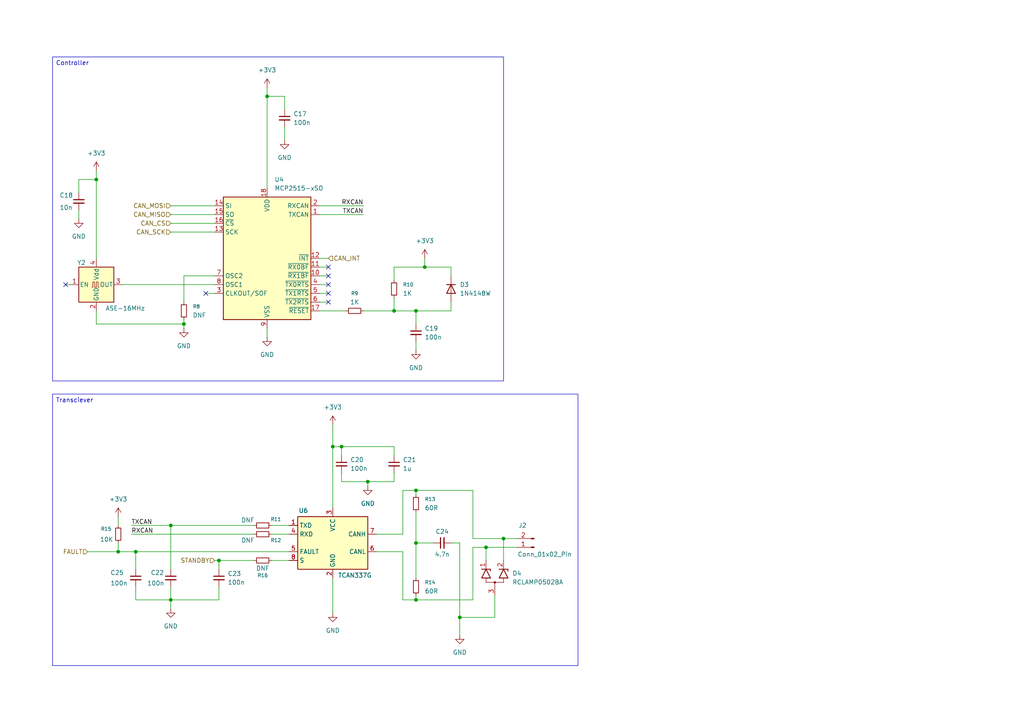
<source format=kicad_sch>
(kicad_sch (version 20250114) (generator "eeschema") (generator_version "9.0")
  (paper "A4")
  (lib_symbols
    (symbol "Connector:Conn_01x02_Pin" (pin_names (offset 1.016) (hide yes))
      (property "Reference" "J" (at 0 2.54 0))
      (property "Value" "Conn_01x02_Pin" (at 0 -5.08 0))
      (symbol "Conn_01x02_Pin_1_1"
        (rectangle (start 0.8636 0.127) (end 0 -0.127) (stroke (width 0.1524)) (fill (type outline)))
        (rectangle (start 0.8636 -2.413) (end 0 -2.667) (stroke (width 0.1524)) (fill (type outline)))
        (polyline (pts (xy 1.27 0) (xy 0.8636 0)) (stroke (width 0.1524)))
        (polyline (pts (xy 1.27 -2.54) (xy 0.8636 -2.54)) (stroke (width 0.1524)))
        (pin passive line (at 5.08 0 180) (length 3.81) (name "Pin_1") (number "1"))
        (pin passive line (at 5.08 -2.54 180) (length 3.81) (name "Pin_2") (number "2"))
      )
    )
    (symbol "Device:C_Small" (pin_numbers (hide yes)) (pin_names (offset 0.254) (hide yes))
      (property "Reference" "C" (at 0.254 1.778 0))
      (property "Value" "C_Small" (at 0.254 -2.032 0))
      (symbol "C_Small_0_1"
        (polyline (pts (xy -1.524 0.508) (xy 1.524 0.508)) (stroke (width 0.3048)))
        (polyline (pts (xy -1.524 -0.508) (xy 1.524 -0.508)) (stroke (width 0.3302)))
      )
      (symbol "C_Small_1_1"
        (pin passive line (at 0 2.54 270) (length 2.032) (name "~") (number "1"))
        (pin passive line (at 0 -2.54 90) (length 2.032) (name "~") (number "2"))
      )
    )
    (symbol "Device:R_Small" (pin_numbers (hide yes)) (pin_names (offset 0.254) (hide yes))
      (property "Reference" "R" (at 0 0 90))
      (property "Value" "R_Small" (at 1.778 0 90))
      (symbol "R_Small_0_1"
        (rectangle (start -0.762 1.778) (end 0.762 -1.778) (stroke (width 0.2032)))
      )
      (symbol "R_Small_1_1"
        (pin passive line (at 0 2.54 270) (length 0.762) (name "~") (number "1"))
        (pin passive line (at 0 -2.54 90) (length 0.762) (name "~") (number "2"))
      )
    )
    (symbol "Diode:1N4148W" (pin_numbers (hide yes)) (pin_names (hide yes))
      (property "Reference" "D" (at 0 2.54 0))
      (property "Value" "1N4148W" (at 0 -2.54 0))
      (symbol "1N4148W_0_1"
        (polyline (pts (xy -1.27 1.27) (xy -1.27 -1.27)) (stroke (width 0.254)))
        (polyline (pts (xy 1.27 1.27) (xy 1.27 -1.27) (xy -1.27 0) (xy 1.27 1.27)) (stroke (width 0.254)))
        (polyline (pts (xy 1.27 0) (xy -1.27 0)))
      )
      (symbol "1N4148W_1_1"
        (pin passive line (at -3.81 0 0) (length 2.54) (name "K") (number "1"))
        (pin passive line (at 3.81 0 180) (length 2.54) (name "A") (number "2"))
      )
    )
    (symbol "Interface_CAN_LIN:MCP2515-xSO"
      (property "Reference" "U" (at -10.16 19.685 0))
      (property "Value" "MCP2515-xSO" (at 19.05 20.32 0))
      (symbol "MCP2515-xSO_0_1"
        (rectangle (start -12.7 17.78) (end 12.7 -17.78) (stroke (width 0.254)) (fill (type background)))
      )
      (symbol "MCP2515-xSO_1_1"
        (pin input line (at -15.24 15.24 0) (length 2.54) (name "SI") (number "14"))
        (pin output line (at -15.24 12.7 0) (length 2.54) (name "SO") (number "15"))
        (pin input line (at -15.24 10.16 0) (length 2.54) (name "~{CS}") (number "16"))
        (pin input line (at -15.24 7.62 0) (length 2.54) (name "SCK") (number "13"))
        (pin output line (at -15.24 -5.08 0) (length 2.54) (name "OSC2") (number "7"))
        (pin input line (at -15.24 -7.62 0) (length 2.54) (name "OSC1") (number "8"))
        (pin output line (at -15.24 -10.16 0) (length 2.54) (name "CLKOUT/SOF") (number "3"))
        (pin power_in line (at 0 20.32 270) (length 2.54) (name "VDD") (number "18"))
        (pin power_in line (at 0 -20.32 90) (length 2.54) (name "VSS") (number "9"))
        (pin input line (at 15.24 15.24 180) (length 2.54) (name "RXCAN") (number "2"))
        (pin output line (at 15.24 12.7 180) (length 2.54) (name "TXCAN") (number "1"))
        (pin output line (at 15.24 0 180) (length 2.54) (name "~{INT}") (number "12"))
        (pin output line (at 15.24 -2.54 180) (length 2.54) (name "~{RX0BF}") (number "11"))
        (pin output line (at 15.24 -5.08 180) (length 2.54) (name "~{RX1BF}") (number "10"))
        (pin input line (at 15.24 -7.62 180) (length 2.54) (name "~{TX0RTS}") (number "4"))
        (pin input line (at 15.24 -10.16 180) (length 2.54) (name "~{TX1RTS}") (number "5"))
        (pin input line (at 15.24 -12.7 180) (length 2.54) (name "~{TX2RTS}") (number "6"))
        (pin input line (at 15.24 -15.24 180) (length 2.54) (name "~{RESET}") (number "17"))
      )
    )
    (symbol "Interface_CAN_LIN:TCAN337G"
      (property "Reference" "U" (at -10.16 8.89 0))
      (property "Value" "TCAN337G" (at 2.54 8.89 0))
      (symbol "TCAN337G_0_1"
        (rectangle (start -10.16 7.62) (end 10.16 -7.62) (stroke (width 0.254)) (fill (type background)))
      )
      (symbol "TCAN337G_1_1"
        (pin input line (at -12.7 5.08 0) (length 2.54) (name "TXD") (number "1"))
        (pin tri_state line (at -12.7 2.54 0) (length 2.54) (name "RXD") (number "4"))
        (pin open_collector line (at -12.7 -2.54 0) (length 2.54) (name "FAULT") (number "5"))
        (pin input line (at -12.7 -5.08 0) (length 2.54) (name "S") (number "8"))
        (pin power_in line (at 0 10.16 270) (length 2.54) (name "VCC") (number "3"))
        (pin power_in line (at 0 -10.16 90) (length 2.54) (name "GND") (number "2"))
        (pin bidirectional line (at 12.7 2.54 180) (length 2.54) (name "CANH") (number "7"))
        (pin bidirectional line (at 12.7 -2.54 180) (length 2.54) (name "CANL") (number "6"))
      )
    )
    (symbol "Oscillator:ASE-xxxMHz" (pin_names (offset 0.254))
      (property "Reference" "Y" (at -5.08 6.35 0))
      (property "Value" "ASE-xxxMHz" (at 1.27 -6.35 0))
      (symbol "ASE-xxxMHz_0_1"
        (rectangle (start -5.08 5.08) (end 5.08 -5.08) (stroke (width 0.254)) (fill (type background)))
        (polyline (pts (xy -1.27 -0.762) (xy -1.016 -0.762) (xy -1.016 0.762) (xy -0.508 0.762) (xy -0.508 -0.762) (xy 0 -0.762) (xy 0 0.762) (xy 0.508 0.762) (xy 0.508 -0.762) (xy 0.762 -0.762)))
      )
      (symbol "ASE-xxxMHz_1_1"
        (pin input line (at -7.62 0 0) (length 2.54) (name "EN") (number "1"))
        (pin power_in line (at 0 7.62 270) (length 2.54) (name "Vdd") (number "4"))
        (pin power_in line (at 0 -7.62 90) (length 2.54) (name "GND") (number "2"))
        (pin output line (at 7.62 0 180) (length 2.54) (name "OUT") (number "3"))
      )
    )
    (symbol "Power_Protection:RCLAMP0502BA" (pin_names (hide yes))
      (property "Reference" "D" (at 0 5.08 0))
      (property "Value" "RCLAMP0502BA" (at 0 -5.08 0))
      (symbol "RCLAMP0502BA_0_1"
        (polyline (pts (xy -2.54 0) (xy -1.27 0)))
        (polyline (pts (xy -1.27 2.54) (xy -1.27 -2.54)))
        (polyline (pts (xy 0 2.54) (xy -1.27 2.54)) (stroke (width 0.1524)))
        (polyline (pts (xy 0 1.27) (xy 0 3.81) (xy 2.54 2.54) (xy 0 1.27)) (stroke (width 0.254)))
        (polyline (pts (xy 2.54 3.81) (xy 2.54 1.27) (xy 2.032 1.27)) (stroke (width 0.254)))
        (pin passive line (at -5.08 0 0) (length 2.54) (name "A") (number "3"))
      )
      (symbol "RCLAMP0502BA_1_1"
        (circle (center -1.27 0) (radius 0.254) (fill (type outline)))
        (polyline (pts (xy 0 -2.54) (xy -1.27 -2.54)) (stroke (width 0.1524)))
        (polyline (pts (xy 0 -3.81) (xy 0 -1.27) (xy 2.54 -2.54) (xy 0 -3.81)) (stroke (width 0.254)))
        (polyline (pts (xy 2.54 -1.27) (xy 2.54 -3.81) (xy 2.032 -3.81)) (stroke (width 0.254)))
        (pin passive line (at 5.08 2.54 180) (length 2.54) (name "K1") (number "1"))
        (pin passive line (at 5.08 -2.54 180) (length 2.54) (name "K2") (number "2"))
      )
    )
    (symbol "power:+3V3" (power) (pin_numbers (hide yes)) (pin_names (offset 0) (hide yes))
      (property "Value" "+3V3" (at 0 3.556 0))
      (symbol "+3V3_0_1"
        (polyline (pts (xy -0.762 1.27) (xy 0 2.54)))
        (polyline (pts (xy 0 2.54) (xy 0.762 1.27)))
        (polyline (pts (xy 0 0) (xy 0 2.54)))
      )
      (symbol "+3V3_1_1"
        (pin power_in line (at 0 0 90) (length 0) (name "~") (number "1"))
      )
    )
    (symbol "power:GND" (power) (pin_numbers (hide yes)) (pin_names (offset 0) (hide yes))
      (property "Value" "GND" (at 0 -3.81 0))
      (symbol "GND_0_1"
        (polyline (pts (xy 0 0) (xy 0 -1.27) (xy 1.27 -1.27) (xy 0 -2.54) (xy -1.27 -1.27) (xy 0 -1.27)))
      )
      (symbol "GND_1_1"
        (pin power_in line (at 0 0 270) (length 0) (name "~") (number "1"))
      )
    )
  )
  (text_box "Transciever" (at 15.24 114.3 0) (size 152.4 78.74) (margins 0.9525 0.9525 0.9525 0.9525) (effects (font (size 1.27 1.27)) (justify left top)))
  (text_box "Controller" (at 15.24 16.51 0) (size 130.81 93.98) (margins 0.9525 0.9525 0.9525 0.9525) (effects (font (size 1.27 1.27)) (justify left top)))
  (junction (at 34.29 160.02))
  (junction (at 120.65 157.48))
  (junction (at 146.05 156.21))
  (junction (at 53.34 93.98))
  (junction (at 77.47 27.94))
  (junction (at 27.94 52.07))
  (junction (at 39.37 160.02))
  (junction (at 123.19 77.47))
  (junction (at 96.52 129.54))
  (junction (at 106.68 139.7))
  (junction (at 120.65 142.24))
  (junction (at 120.65 90.17))
  (junction (at 49.53 152.4))
  (junction (at 99.06 129.54))
  (junction (at 114.3 90.17))
  (junction (at 133.35 179.07))
  (junction (at 120.65 173.99))
  (junction (at 140.97 158.75))
  (junction (at 63.5 162.56))
  (junction (at 49.53 173.99))
  (no_connect (at 19.05 82.55))
  (no_connect (at 95.25 87.63))
  (no_connect (at 59.69 85.09))
  (no_connect (at 95.25 85.09))
  (no_connect (at 95.25 77.47))
  (no_connect (at 95.25 80.01))
  (no_connect (at 95.25 82.55))
  (wire (pts (xy 49.53 173.99) (xy 63.5 173.99)))
  (wire (pts (xy 39.37 160.02) (xy 83.82 160.02)))
  (wire (pts (xy 49.53 59.69) (xy 62.23 59.69)))
  (wire (pts (xy 92.71 62.23) (xy 105.41 62.23)))
  (wire (pts (xy 123.19 77.47) (xy 123.19 74.93)))
  (wire (pts (xy 82.55 27.94) (xy 77.47 27.94)))
  (wire (pts (xy 27.94 52.07) (xy 27.94 74.93)))
  (wire (pts (xy 114.3 77.47) (xy 123.19 77.47)))
  (wire (pts (xy 137.16 158.75) (xy 140.97 158.75)))
  (wire (pts (xy 78.74 154.94) (xy 83.82 154.94)))
  (wire (pts (xy 77.47 95.25) (xy 77.47 97.79)))
  (wire (pts (xy 137.16 156.21) (xy 137.16 142.24)))
  (wire (pts (xy 95.25 74.93) (xy 92.71 74.93)))
  (wire (pts (xy 109.22 160.02) (xy 116.84 160.02)))
  (wire (pts (xy 62.23 162.56) (xy 63.5 162.56)))
  (wire (pts (xy 22.86 60.96) (xy 22.86 63.5)))
  (wire (pts (xy 120.65 148.59) (xy 120.65 157.48)))
  (wire (pts (xy 99.06 129.54) (xy 99.06 132.08)))
  (wire (pts (xy 106.68 139.7) (xy 106.68 140.97)))
  (wire (pts (xy 82.55 36.83) (xy 82.55 40.64)))
  (wire (pts (xy 99.06 129.54) (xy 96.52 129.54)))
  (wire (pts (xy 53.34 80.01) (xy 53.34 87.63)))
  (wire (pts (xy 116.84 173.99) (xy 120.65 173.99)))
  (wire (pts (xy 133.35 157.48) (xy 133.35 179.07)))
  (wire (pts (xy 82.55 31.75) (xy 82.55 27.94)))
  (wire (pts (xy 137.16 173.99) (xy 120.65 173.99)))
  (wire (pts (xy 120.65 90.17) (xy 114.3 90.17)))
  (wire (pts (xy 137.16 142.24) (xy 120.65 142.24)))
  (wire (pts (xy 114.3 137.16) (xy 114.3 139.7)))
  (wire (pts (xy 146.05 156.21) (xy 146.05 162.56)))
  (wire (pts (xy 27.94 49.53) (xy 27.94 52.07)))
  (wire (pts (xy 63.5 173.99) (xy 63.5 170.18)))
  (wire (pts (xy 105.41 90.17) (xy 114.3 90.17)))
  (wire (pts (xy 140.97 158.75) (xy 149.86 158.75)))
  (wire (pts (xy 123.19 77.47) (xy 130.81 77.47)))
  (wire (pts (xy 27.94 90.17) (xy 27.94 93.98)))
  (wire (pts (xy 39.37 160.02) (xy 39.37 165.1)))
  (wire (pts (xy 22.86 55.88) (xy 22.86 52.07)))
  (wire (pts (xy 120.65 142.24) (xy 120.65 143.51)))
  (wire (pts (xy 120.65 99.06) (xy 120.65 101.6)))
  (wire (pts (xy 49.53 62.23) (xy 62.23 62.23)))
  (wire (pts (xy 25.4 160.02) (xy 34.29 160.02)))
  (wire (pts (xy 143.51 172.72) (xy 143.51 179.07)))
  (wire (pts (xy 83.82 152.4) (xy 78.74 152.4)))
  (wire (pts (xy 49.53 67.31) (xy 62.23 67.31)))
  (wire (pts (xy 49.53 170.18) (xy 49.53 173.99)))
  (wire (pts (xy 22.86 52.07) (xy 27.94 52.07)))
  (wire (pts (xy 92.71 59.69) (xy 105.41 59.69)))
  (wire (pts (xy 77.47 25.4) (xy 77.47 27.94)))
  (wire (pts (xy 95.25 82.55) (xy 92.71 82.55)))
  (wire (pts (xy 49.53 173.99) (xy 49.53 176.53)))
  (wire (pts (xy 38.1 152.4) (xy 49.53 152.4)))
  (wire (pts (xy 95.25 77.47) (xy 92.71 77.47)))
  (wire (pts (xy 63.5 162.56) (xy 73.66 162.56)))
  (wire (pts (xy 96.52 167.64) (xy 96.52 177.8)))
  (wire (pts (xy 39.37 160.02) (xy 34.29 160.02)))
  (wire (pts (xy 120.65 157.48) (xy 125.73 157.48)))
  (wire (pts (xy 106.68 139.7) (xy 114.3 139.7)))
  (wire (pts (xy 133.35 179.07) (xy 143.51 179.07)))
  (wire (pts (xy 39.37 170.18) (xy 39.37 173.99)))
  (wire (pts (xy 114.3 90.17) (xy 114.3 86.36)))
  (wire (pts (xy 99.06 139.7) (xy 106.68 139.7)))
  (wire (pts (xy 133.35 179.07) (xy 133.35 184.15)))
  (wire (pts (xy 19.05 82.55) (xy 20.32 82.55)))
  (wire (pts (xy 95.25 85.09) (xy 92.71 85.09)))
  (wire (pts (xy 49.53 152.4) (xy 73.66 152.4)))
  (wire (pts (xy 95.25 80.01) (xy 92.71 80.01)))
  (wire (pts (xy 109.22 154.94) (xy 116.84 154.94)))
  (wire (pts (xy 39.37 173.99) (xy 49.53 173.99)))
  (wire (pts (xy 96.52 129.54) (xy 96.52 147.32)))
  (wire (pts (xy 120.65 173.99) (xy 120.65 172.72)))
  (wire (pts (xy 34.29 160.02) (xy 34.29 157.48)))
  (wire (pts (xy 77.47 27.94) (xy 77.47 54.61)))
  (wire (pts (xy 78.74 162.56) (xy 83.82 162.56)))
  (wire (pts (xy 27.94 93.98) (xy 53.34 93.98)))
  (wire (pts (xy 49.53 152.4) (xy 49.53 165.1)))
  (wire (pts (xy 96.52 123.19) (xy 96.52 129.54)))
  (wire (pts (xy 114.3 77.47) (xy 114.3 81.28)))
  (wire (pts (xy 99.06 139.7) (xy 99.06 137.16)))
  (wire (pts (xy 35.56 82.55) (xy 62.23 82.55)))
  (wire (pts (xy 116.84 154.94) (xy 116.84 142.24)))
  (wire (pts (xy 146.05 156.21) (xy 149.86 156.21)))
  (wire (pts (xy 63.5 162.56) (xy 63.5 165.1)))
  (wire (pts (xy 49.53 64.77) (xy 62.23 64.77)))
  (wire (pts (xy 53.34 92.71) (xy 53.34 93.98)))
  (wire (pts (xy 53.34 93.98) (xy 53.34 95.25)))
  (wire (pts (xy 62.23 80.01) (xy 53.34 80.01)))
  (wire (pts (xy 116.84 142.24) (xy 120.65 142.24)))
  (wire (pts (xy 92.71 90.17) (xy 100.33 90.17)))
  (wire (pts (xy 59.69 85.09) (xy 62.23 85.09)))
  (wire (pts (xy 140.97 158.75) (xy 140.97 162.56)))
  (wire (pts (xy 38.1 154.94) (xy 73.66 154.94)))
  (wire (pts (xy 34.29 149.86) (xy 34.29 152.4)))
  (wire (pts (xy 95.25 87.63) (xy 92.71 87.63)))
  (wire (pts (xy 116.84 160.02) (xy 116.84 173.99)))
  (wire (pts (xy 130.81 87.63) (xy 130.81 90.17)))
  (wire (pts (xy 130.81 90.17) (xy 120.65 90.17)))
  (wire (pts (xy 99.06 129.54) (xy 114.3 129.54)))
  (wire (pts (xy 137.16 158.75) (xy 137.16 173.99)))
  (wire (pts (xy 130.81 77.47) (xy 130.81 80.01)))
  (wire (pts (xy 137.16 156.21) (xy 146.05 156.21)))
  (wire (pts (xy 120.65 93.98) (xy 120.65 90.17)))
  (wire (pts (xy 114.3 132.08) (xy 114.3 129.54)))
  (wire (pts (xy 120.65 157.48) (xy 120.65 167.64)))
  (wire (pts (xy 130.81 157.48) (xy 133.35 157.48)))
  (label "RXCAN" (at 38.1 154.94 0))
  (label "TXCAN" (at 105.41 62.23 180))
  (label "TXCAN" (at 38.1 152.4 0))
  (label "RXCAN" (at 105.41 59.69 180))
  (hierarchical_label "CAN_SCK" (shape input) (at 49.53 67.31 180))
  (hierarchical_label "CAN_MISO" (shape input) (at 49.53 62.23 180))
  (hierarchical_label "CAN_MOSI" (shape input) (at 49.53 59.69 180))
  (hierarchical_label "STANDBY" (shape input) (at 62.23 162.56 180))
  (hierarchical_label "CAN_CS" (shape input) (at 49.53 64.77 180))
  (hierarchical_label "FAULT" (shape input) (at 25.4 160.02 180))
  (hierarchical_label "CAN_INT" (shape input) (at 95.25 74.93 0))
  (symbol (lib_id "Interface_CAN_LIN:MCP2515-xSO") (at 77.47 74.93 0) (unit 1)
    (property "Reference" "U4" (at 79.6133 52.07 0) (effects (justify left)))
    (property "Value" "MCP2515-xSO" (at 79.6133 54.61 0) (effects (justify left)))
    (property "Footprint" "Package_SO:SOIC-18W_7.5x11.6mm_P1.27mm" (effects (hide yes)))
    (property "Datasheet" "http://ww1.microchip.com/downloads/en/DeviceDoc/21801e.pdf" (effects (hide yes)))
    (property "Description" "Stand-Alone CAN Controller with SPI Interface, SOIC-18" (effects (hide yes)))
  )
  (symbol (lib_id "power:+3V3") (at 96.52 123.19 0) (unit 1)
    (property "Reference" "#PWR030" (effects (hide yes)))
    (property "Value" "+3V3" (at 96.52 118.11 0))
    (property "Description" "Power symbol creates a global label with name \"+3V3\"" (effects (hide yes)))
  )
  (symbol (lib_id "Connector:Conn_01x02_Pin") (at 154.94 158.75 180) (unit 1)
    (property "Reference" "J2" (at 150.368 152.4 0) (effects (justify right)))
    (property "Value" "Conn_01x02_Pin" (at 150.114 160.782 0) (effects (justify right)))
    (property "Footprint" "Connector_PinHeader_2.54mm:PinHeader_1x02_P2.54mm_Vertical" (effects (hide yes)))
    (property "Description" "Generic connector, single row, 01x02, script generated" (effects (hide yes)))
  )
  (symbol (lib_id "power:GND") (at 77.47 97.79 0) (unit 1)
    (property "Reference" "#PWR022" (effects (hide yes)))
    (property "Value" "GND" (at 77.47 102.87 0))
    (property "Description" "Power symbol creates a global label with name \"GND\" , ground" (effects (hide yes)))
  )
  (symbol (lib_id "Device:C_Small") (at 39.37 167.64 0) (unit 1)
    (property "Reference" "C25" (at 32.004 166.116 0) (effects (justify left)))
    (property "Value" "100n" (at 32.004 169.164 0) (effects (justify left)))
    (property "Footprint" "Capacitor_SMD:C_0603_1608Metric_Pad1.08x0.95mm_HandSolder" (effects (hide yes)))
    (property "Description" "Unpolarized capacitor, small symbol" (effects (hide yes)))
  )
  (symbol (lib_id "Device:C_Small") (at 82.55 34.29 0) (unit 1)
    (property "Reference" "C17" (at 85.09 33.0262 0) (effects (justify left)))
    (property "Value" "100n" (at 85.09 35.5662 0) (effects (justify left)))
    (property "Footprint" "Capacitor_SMD:C_0603_1608Metric_Pad1.08x0.95mm_HandSolder" (effects (hide yes)))
    (property "Description" "Unpolarized capacitor, small symbol" (effects (hide yes)))
  )
  (symbol (lib_id "Device:R_Small") (at 76.2 152.4 90) (unit 1)
    (property "Reference" "R11" (at 80.01 150.622 90) (effects (font (size 1.016 1.016))))
    (property "Value" "DNF" (at 71.882 150.876 90))
    (property "Footprint" "Resistor_SMD:R_0603_1608Metric_Pad0.98x0.95mm_HandSolder" (effects (hide yes)))
    (property "Description" "Resistor, small symbol" (effects (hide yes)))
  )
  (symbol (lib_id "power:GND") (at 120.65 101.6 0) (unit 1)
    (property "Reference" "#PWR029" (effects (hide yes)))
    (property "Value" "GND" (at 120.65 106.68 0))
    (property "Description" "Power symbol creates a global label with name \"GND\" , ground" (effects (hide yes)))
  )
  (symbol (lib_id "power:+3V3") (at 77.47 25.4 0) (unit 1)
    (property "Reference" "#PWR023" (effects (hide yes)))
    (property "Value" "+3V3" (at 77.47 20.32 0))
    (property "Description" "Power symbol creates a global label with name \"+3V3\"" (effects (hide yes)))
  )
  (symbol (lib_id "Device:C_Small") (at 114.3 134.62 0) (unit 1)
    (property "Reference" "C21" (at 116.84 133.3562 0) (effects (justify left)))
    (property "Value" "1u" (at 116.84 135.8962 0) (effects (justify left)))
    (property "Footprint" "Capacitor_SMD:C_0603_1608Metric_Pad1.08x0.95mm_HandSolder" (effects (hide yes)))
    (property "Description" "Unpolarized capacitor, small symbol" (effects (hide yes)))
  )
  (symbol (lib_id "power:+3V3") (at 123.19 74.93 0) (unit 1)
    (property "Reference" "#PWR028" (effects (hide yes)))
    (property "Value" "+3V3" (at 123.19 69.85 0))
    (property "Description" "Power symbol creates a global label with name \"+3V3\"" (effects (hide yes)))
  )
  (symbol (lib_id "power:GND") (at 22.86 63.5 0) (unit 1)
    (property "Reference" "#PWR027" (effects (hide yes)))
    (property "Value" "GND" (at 22.86 68.58 0))
    (property "Description" "Power symbol creates a global label with name \"GND\" , ground" (effects (hide yes)))
  )
  (symbol (lib_id "power:+3V3") (at 27.94 49.53 0) (unit 1)
    (property "Reference" "#PWR026" (effects (hide yes)))
    (property "Value" "+3V3" (at 27.94 44.45 0))
    (property "Description" "Power symbol creates a global label with name \"+3V3\"" (effects (hide yes)))
  )
  (symbol (lib_id "Device:C_Small") (at 49.53 167.64 0) (unit 1)
    (property "Reference" "C22" (at 43.688 166.116 0) (effects (justify left)))
    (property "Value" "100n" (at 42.672 169.164 0) (effects (justify left)))
    (property "Footprint" "Capacitor_SMD:C_0603_1608Metric_Pad1.08x0.95mm_HandSolder" (effects (hide yes)))
    (property "Description" "Unpolarized capacitor, small symbol" (effects (hide yes)))
  )
  (symbol (lib_id "Device:R_Small") (at 76.2 162.56 90) (unit 1)
    (property "Reference" "R16" (at 76.2 166.878 90) (effects (font (size 1.016 1.016))))
    (property "Value" "DNF" (at 76.2 164.846 90))
    (property "Footprint" "Resistor_SMD:R_0603_1608Metric_Pad0.98x0.95mm_HandSolder" (effects (hide yes)))
    (property "Description" "Resistor, small symbol" (effects (hide yes)))
  )
  (symbol (lib_id "Device:R_Small") (at 34.29 154.94 0) (unit 1)
    (property "Reference" "R15" (at 29.21 153.416 0) (effects (font (size 1.016 1.016)) (justify left)))
    (property "Value" "10K" (at 28.956 156.464 0) (effects (justify left)))
    (property "Footprint" "Resistor_SMD:R_0603_1608Metric_Pad0.98x0.95mm_HandSolder" (effects (hide yes)))
    (property "Description" "Resistor, small symbol" (effects (hide yes)))
  )
  (symbol (lib_id "Device:C_Small") (at 128.27 157.48 90) (unit 1)
    (property "Reference" "C24" (at 128.27 154.178 90))
    (property "Value" "4.7n" (at 128.27 160.782 90))
    (property "Footprint" "Capacitor_SMD:C_0603_1608Metric_Pad1.08x0.95mm_HandSolder" (effects (hide yes)))
    (property "Description" "Unpolarized capacitor, small symbol" (effects (hide yes)))
  )
  (symbol (lib_id "Diode:1N4148W") (at 130.81 83.82 270) (unit 1)
    (property "Reference" "D3" (at 133.35 82.5499 90) (effects (justify left)))
    (property "Value" "1N4148W" (at 133.35 85.0899 90) (effects (justify left)))
    (property "Footprint" "Diode_SMD:D_SOD-123" (effects (hide yes)))
    (property "Datasheet" "https://www.vishay.com/docs/85748/1n4148w.pdf" (effects (hide yes)))
    (property "Description" "75V 0.15A Fast Switching Diode, SOD-123" (effects (hide yes)))
    (property "Sim.Device" "D" (effects (hide yes)))
    (property "Sim.Pins" "1=K 2=A" (effects (hide yes)))
  )
  (symbol (lib_id "power:GND") (at 106.68 140.97 0) (unit 1)
    (property "Reference" "#PWR031" (effects (hide yes)))
    (property "Value" "GND" (at 106.68 146.05 0))
    (property "Description" "Power symbol creates a global label with name \"GND\" , ground" (effects (hide yes)))
  )
  (symbol (lib_id "Power_Protection:RCLAMP0502BA") (at 143.51 167.64 90) (unit 1)
    (property "Reference" "D4" (at 148.59 166.3064 90) (effects (justify right)))
    (property "Value" "RCLAMP0502BA" (at 148.59 168.8464 90) (effects (justify right)))
    (property "Footprint" "Package_TO_SOT_SMD:SOT-416" (effects (hide yes)))
    (property "Datasheet" "https://www.semtech.com/products/circuit-protection/low-capacitance/rclamp0502ba" (effects (hide yes)))
    (property "Description" "Low capacitance unidirectional dual ESD protection diode, SC-75" (effects (hide yes)))
  )
  (symbol (lib_id "power:GND") (at 96.52 177.8 0) (unit 1)
    (property "Reference" "#PWR032" (effects (hide yes)))
    (property "Value" "GND" (at 96.52 182.88 0))
    (property "Description" "Power symbol creates a global label with name \"GND\" , ground" (effects (hide yes)))
  )
  (symbol (lib_id "Device:C_Small") (at 120.65 96.52 0) (unit 1)
    (property "Reference" "C19" (at 123.19 95.2562 0) (effects (justify left)))
    (property "Value" "100n" (at 123.19 97.7962 0) (effects (justify left)))
    (property "Footprint" "Capacitor_SMD:C_0603_1608Metric_Pad1.08x0.95mm_HandSolder" (effects (hide yes)))
    (property "Description" "Unpolarized capacitor, small symbol" (effects (hide yes)))
  )
  (symbol (lib_id "power:GND") (at 82.55 40.64 0) (unit 1)
    (property "Reference" "#PWR024" (effects (hide yes)))
    (property "Value" "GND" (at 82.55 45.72 0))
    (property "Description" "Power symbol creates a global label with name \"GND\" , ground" (effects (hide yes)))
  )
  (symbol (lib_id "Device:R_Small") (at 76.2 154.94 90) (unit 1)
    (property "Reference" "R12" (at 80.01 156.718 90) (effects (font (size 1.016 1.016))))
    (property "Value" "DNF" (at 71.882 156.718 90))
    (property "Footprint" "Resistor_SMD:R_0603_1608Metric_Pad0.98x0.95mm_HandSolder" (effects (hide yes)))
    (property "Description" "Resistor, small symbol" (effects (hide yes)))
  )
  (symbol (lib_id "Device:C_Small") (at 99.06 134.62 0) (unit 1)
    (property "Reference" "C20" (at 101.6 133.3562 0) (effects (justify left)))
    (property "Value" "100n" (at 101.6 135.8962 0) (effects (justify left)))
    (property "Footprint" "Capacitor_SMD:C_0603_1608Metric_Pad1.08x0.95mm_HandSolder" (effects (hide yes)))
    (property "Description" "Unpolarized capacitor, small symbol" (effects (hide yes)))
  )
  (symbol (lib_id "Device:R_Small") (at 102.87 90.17 90) (unit 1)
    (property "Reference" "R9" (at 102.87 85.09 90) (effects (font (size 1.016 1.016))))
    (property "Value" "1K" (at 102.87 87.63 90))
    (property "Footprint" "Resistor_SMD:R_0603_1608Metric_Pad0.98x0.95mm_HandSolder" (effects (hide yes)))
    (property "Description" "Resistor, small symbol" (effects (hide yes)))
  )
  (symbol (lib_id "power:GND") (at 133.35 184.15 0) (unit 1)
    (property "Reference" "#PWR034" (effects (hide yes)))
    (property "Value" "GND" (at 133.35 189.23 0))
    (property "Description" "Power symbol creates a global label with name \"GND\" , ground" (effects (hide yes)))
  )
  (symbol (lib_id "Device:R_Small") (at 120.65 146.05 180) (unit 1)
    (property "Reference" "R13" (at 123.19 144.7799 0) (effects (font (size 1.016 1.016)) (justify right)))
    (property "Value" "60R" (at 123.19 147.3199 0) (effects (justify right)))
    (property "Footprint" "Resistor_SMD:R_0603_1608Metric_Pad0.98x0.95mm_HandSolder" (effects (hide yes)))
    (property "Description" "Resistor, small symbol" (effects (hide yes)))
  )
  (symbol (lib_id "power:GND") (at 53.34 95.25 0) (unit 1)
    (property "Reference" "#PWR025" (effects (hide yes)))
    (property "Value" "GND" (at 53.34 100.33 0))
    (property "Description" "Power symbol creates a global label with name \"GND\" , ground" (effects (hide yes)))
  )
  (symbol (lib_id "Device:R_Small") (at 114.3 83.82 0) (unit 1)
    (property "Reference" "R10" (at 116.84 82.5499 0) (effects (font (size 1.016 1.016)) (justify left)))
    (property "Value" "1K" (at 116.84 85.0899 0) (effects (justify left)))
    (property "Footprint" "Resistor_SMD:R_0603_1608Metric_Pad0.98x0.95mm_HandSolder" (effects (hide yes)))
    (property "Description" "Resistor, small symbol" (effects (hide yes)))
  )
  (symbol (lib_id "Interface_CAN_LIN:TCAN337G") (at 96.52 157.48 0) (unit 1)
    (property "Reference" "U6" (at 86.614 148.082 0) (effects (justify left)))
    (property "Value" "TCAN337G" (at 98.044 166.878 0) (effects (justify left)))
    (property "Footprint" "Package_SO:SOIC-8_3.9x4.9mm_P1.27mm" (effects (hide yes)))
    (property "Datasheet" "http://www.ti.com/lit/ds/symlink/tcan337.pdf" (effects (hide yes)))
    (property "Description" "High-Speed CAN Transceiver with CAN FD, 5Mbps, 3.3V supply, silent mode, fault output, SOT-23-8/SOIC-8" (effects (hide yes)))
  )
  (symbol (lib_id "Device:R_Small") (at 53.34 90.17 0) (unit 1)
    (property "Reference" "R8" (at 55.88 88.8999 0) (effects (font (size 1.016 1.016)) (justify left)))
    (property "Value" "DNF" (at 55.88 91.4399 0) (effects (justify left)))
    (property "Footprint" "Resistor_SMD:R_0603_1608Metric_Pad0.98x0.95mm_HandSolder" (effects (hide yes)))
    (property "Description" "Resistor, small symbol" (effects (hide yes)))
  )
  (symbol (lib_id "Device:C_Small") (at 22.86 58.42 0) (unit 1)
    (property "Reference" "C18" (at 17.272 56.642 0) (effects (justify left)))
    (property "Value" "10n" (at 17.272 60.198 0) (effects (justify left)))
    (property "Footprint" "Capacitor_SMD:C_0603_1608Metric_Pad1.08x0.95mm_HandSolder" (effects (hide yes)))
    (property "Description" "Unpolarized capacitor, small symbol" (effects (hide yes)))
  )
  (symbol (lib_id "power:GND") (at 49.53 176.53 0) (unit 1)
    (property "Reference" "#PWR033" (effects (hide yes)))
    (property "Value" "GND" (at 49.53 181.61 0))
    (property "Description" "Power symbol creates a global label with name \"GND\" , ground" (effects (hide yes)))
  )
  (symbol (lib_id "power:+3V3") (at 34.29 149.86 0) (unit 1)
    (property "Reference" "#PWR035" (effects (hide yes)))
    (property "Value" "+3V3" (at 34.29 144.78 0))
    (property "Description" "Power symbol creates a global label with name \"+3V3\"" (effects (hide yes)))
  )
  (symbol (lib_id "Device:C_Small") (at 63.5 167.64 0) (unit 1)
    (property "Reference" "C23" (at 66.04 166.3762 0) (effects (justify left)))
    (property "Value" "100n" (at 66.04 168.9162 0) (effects (justify left)))
    (property "Footprint" "Capacitor_SMD:C_0603_1608Metric_Pad1.08x0.95mm_HandSolder" (effects (hide yes)))
    (property "Description" "Unpolarized capacitor, small symbol" (effects (hide yes)))
  )
  (symbol (lib_id "Device:R_Small") (at 120.65 170.18 0) (unit 1)
    (property "Reference" "R14" (at 123.19 168.9099 0) (effects (font (size 1.016 1.016)) (justify left)))
    (property "Value" "60R" (at 123.19 171.4499 0) (effects (justify left)))
    (property "Footprint" "Resistor_SMD:R_0603_1608Metric_Pad0.98x0.95mm_HandSolder" (effects (hide yes)))
    (property "Description" "Resistor, small symbol" (effects (hide yes)))
  )
  (symbol (lib_id "Oscillator:ASE-xxxMHz") (at 27.94 82.55 0) (unit 1)
    (property "Reference" "Y2" (at 23.622 76.2 0))
    (property "Value" "ASE-16MHz" (at 36.322 89.408 0))
    (property "Footprint" "Oscillator:Oscillator_SMD_Abracon_ASE-4Pin_3.2x2.5mm" (effects (hide yes)))
    (property "Datasheet" "http://www.abracon.com/Oscillators/ASV.pdf" (effects (hide yes)))
    (property "Description" "3.3V CMOS SMD Crystal Clock Oscillator, Abracon" (effects (hide yes)))
  )
)
</source>
